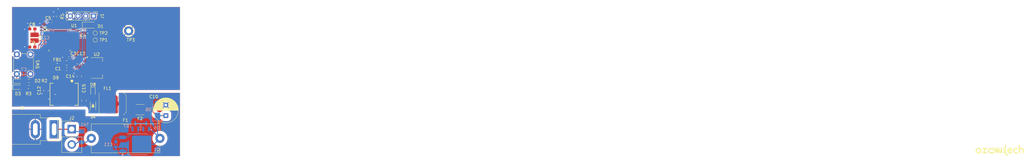
<source format=kicad_pcb>
(kicad_pcb (version 20241229) (generator "pcbnew") (generator_version "9.0")
  (layers (0 "F.Cu" signal) (4 "In1.Cu" signal) (6 "In2.Cu" signal) (2 "B.Cu" signal) (13 "F.Paste" user) (15 "B.Paste" user) (5 "F.SilkS" user "F.Silkscreen") (7 "B.SilkS" user "B.Silkscreen") (1 "F.Mask" user) (3 "B.Mask" user) (25 "Edge.Cuts" user))
  (net 0 "")
  (net 1 "Net-(U1-NRST)")
  (net 2 "GNDPWR_IN")
  (net 3 "Net-(U1-PD1)")
  (net 4 "Net-(U1-PD0)")
  (net 5 "/power/PWR_prot")
  (net 6 "Net-(D7-A)")
  (net 7 "Net-(D9-+Vo)")
  (net 8 "/power/+12V_POWER")
  (net 9 "Net-(D1-A)")
  (net 10 "Net-(D3-A)")
  (net 11 "Net-(D8-A)")
  (net 12 "Net-(D5-K)")
  (net 16 "DGND")
  (net 17 "/power/PWR_In")
  (net 18 "/power/Pow1")
  (net 19 "/power/PWR_BUT")
  (net 26 "3V3")
  (net 27 "Net-(D2-A)")
  (net 51 "/MCU_SMALL_VDD")
  (net 52 "/SWDIO_SMALL")
  (net 53 "/SWCLK_SMALL")
  (net 54 "Net-(U1-BOOT0)")
  (net 55 "/LED_SMALL_OK")
  (net 56 "/LED_SMALL_ERROR")
  (net 57 "/USB_DM_SMALL")
  (net 58 "/USB_DP_SMALL")
  (footprint "TestPoint:TestPoint_Pad_D1.0mm" (layer "F.Cu") (at 40 31.7 180)
    (property "Reference" "TP2" (at -2.75 -0.05 0) (layer "F.SilkS"))
    (property "Value" "~")
    (pad "1" smd circle (at 0 0 180) (size 1 1) (layers "F.Cu" "F.Mask") (net 58 "/USB_DP_SMALL"))
  )
  (footprint "Button_Switch_THT:SW_PUSH_6mm_H4.3mm" (layer "F.Cu") (at 14.1625 45.25 90)
    (property "Reference" "SW1" (at 3.25 6.8375 90) (layer "F.SilkS"))
    (property "Value" "KLS7-TS6606-13.0")
    (pad "1" thru_hole circle (at 0 0 180) (size 2 2) (drill 1.1) (layers "*.Cu" "*.Mask") (net 16 "DGND"))
    (pad "1" thru_hole circle (at 6.5 0 180) (size 2 2) (drill 1.1) (layers "*.Cu" "*.Mask") (net 16 "DGND"))
    (pad "2" thru_hole circle (at 0 4.5 180) (size 2 2) (drill 1.1) (layers "*.Cu" "*.Mask") (net 1 "Net-(U1-NRST)"))
    (pad "2" thru_hole circle (at 6.5 4.5 180) (size 2 2) (drill 1.1) (layers "*.Cu" "*.Mask") (net 1 "Net-(U1-NRST)"))
  )
  (footprint "Capacitor_THT:CP_Radial_D8.0mm_P3.50mm" (layer "F.Cu") (at 63.25 59 90)
    (property "Reference" "C10" (at 6.25 -4 180) (layer "F.SilkS"))
    (property "Value" "100uF/50V")
    (pad "1" thru_hole roundrect (at 0 0 90) (size 1.6 1.6) (drill 0.8) (layers "*.Cu" "*.Mask") (roundrect_rratio 0.15625) (net 5 "/power/PWR_prot"))
    (pad "2" thru_hole circle (at 3.5 0 90) (size 1.6 1.6) (drill 0.8) (layers "*.Cu" "*.Mask") (net 2 "GNDPWR_IN"))
  )
  (footprint "LED_SMD:LED_0603_1608Metric_Pad1.05x0.95mm_HandSolder" (layer "F.Cu") (at 14.6625 47.5875)
    (property "Reference" "D2" (at 6.3375 -0.0875 0) (layer "F.SilkS"))
    (property "Value" "FYLS-0603UGC")
    (pad "1" smd roundrect (at -0.875 0) (size 1.05 0.95) (layers "F.Cu" "F.Mask" "F.Paste") (net 16 "DGND"))
    (pad "2" smd roundrect (at 0.875 0) (size 1.05 0.95) (layers "F.Cu" "F.Mask" "F.Paste") (net 27 "Net-(D2-A)"))
  )
  (footprint "Inductor_SMD:L_0603_1608Metric_Pad1.05x0.95mm_HandSolder" (layer "F.Cu") (at 30.5875 43.5875)
    (property "Reference" "FB1" (at -3.0875 -3.0875 0) (layer "F.SilkS"))
    (property "Value" "BLM18PG330SN1D")
    (pad "1" smd roundrect (at -0.875 0) (size 1.05 0.95) (layers "F.Cu" "F.Mask" "F.Paste") (net 26 "3V3"))
    (pad "2" smd roundrect (at 0.875 0) (size 1.05 0.95) (layers "F.Cu" "F.Mask" "F.Paste") (net 51 "/MCU_SMALL_VDD"))
  )
  (footprint "Diode_SMD:D_SOD-123" (layer "F.Cu") (at 38.0875 29.0875)
    (property "Reference" "D1" (at 3.6625 0.4125 0) (layer "F.SilkS"))
    (property "Value" "BAT43W")
    (pad "1" smd roundrect (at -1.65 0) (size 0.9 1.2) (layers "F.Cu" "F.Mask" "F.Paste") (net 26 "3V3"))
    (pad "2" smd roundrect (at 1.65 0) (size 0.9 1.2) (layers "F.Cu" "F.Mask" "F.Paste") (net 9 "Net-(D1-A)"))
  )
  (footprint "Capacitor_SMD:C_0402_1005Metric" (layer "F.Cu") (at 22.25 30.3375 -90)
    (property "Reference" "C6" (at 0 -1.16 90) (layer "F.SilkS"))
    (property "Value" "100n/6.3V")
    (pad "1" smd roundrect (at -0.48 0 270) (size 0.56 0.62) (layers "F.Cu" "F.Mask" "F.Paste") (net 16 "DGND"))
    (pad "2" smd roundrect (at 0.48 0 270) (size 0.56 0.62) (layers "F.Cu" "F.Mask" "F.Paste") (net 51 "/MCU_SMALL_VDD"))
  )
  (footprint "Fuse:Fuseholder_Cylinder-5x20mm_Stelvio-Kontek_PTF78_Horizontal_Open" (layer "F.Cu") (at 38.7 66.5)
    (property "Reference" "F1" (at 11.25 -6 0) (layer "F.SilkS"))
    (property "Value" "Fuse")
    (pad "1" thru_hole circle (at 0 0) (size 3 3) (drill 1.5) (layers "*.Cu" "*.Mask") (net 17 "/power/PWR_In"))
    (pad "2" thru_hole circle (at 22.6 0) (size 3 3) (drill 1.5) (layers "*.Cu" "*.Mask") (net 5 "/power/PWR_prot"))
  )
  (footprint "Capacitor_SMD:C_0603_1608Metric_Pad1.08x0.95mm_HandSolder" (layer "F.Cu") (at 19.25 36.3375)
    (property "Reference" "C9" (at 0 -1.43 0) (layer "F.SilkS"))
    (property "Value" "8p/50V")
    (pad "1" smd roundrect (at -0.8625 0) (size 1.075 0.95) (layers "F.Cu" "F.Mask" "F.Paste") (net 16 "DGND"))
    (pad "2" smd roundrect (at 0.8625 0) (size 1.075 0.95) (layers "F.Cu" "F.Mask" "F.Paste") (net 3 "Net-(U1-PD1)"))
  )
  (footprint "zpc-lib:CPFC805" (layer "F.Cu") (at 41.75 51.35)
    (property "Reference" "FL1" (at 2.25 -1.35 0) (layer "F.SilkS"))
    (property "Value" "CPFC805NP-100M05")
    (pad "1" smd roundrect (at 7.05 5.5) (size 2.3 2.3) (layers "F.Cu" "F.Mask" "F.Paste") (net 18 "/power/Pow1"))
    (pad "2" smd roundrect (at 0.85 5.5) (size 2.3 2.3) (layers "F.Cu" "F.Mask" "F.Paste") (net 8 "/power/+12V_POWER"))
    (pad "3" smd roundrect (at 7.05 2) (size 2.3 2.3) (layers "F.Cu" "F.Mask" "F.Paste") (net 2 "GNDPWR_IN"))
    (pad "4" smd roundrect (at 0.85 2) (size 2.3 2.3) (layers "F.Cu" "F.Mask" "F.Paste") (net 16 "DGND"))
  )
  (footprint "Capacitor_SMD:C_0402_1005Metric" (layer "F.Cu") (at 34.25 31.3375 90)
    (property "Reference" "C4" (at -1.1625 1.75 180) (layer "F.SilkS"))
    (property "Value" "100n/6.3V")
    (pad "1" smd roundrect (at -0.48 0 90) (size 0.56 0.62) (layers "F.Cu" "F.Mask" "F.Paste") (net 16 "DGND"))
    (pad "2" smd roundrect (at 0.48 0 90) (size 0.56 0.62) (layers "F.Cu" "F.Mask" "F.Paste") (net 51 "/MCU_SMALL_VDD"))
  )
  (footprint "zpc-lib:OZON_TECH_LOGO" (layer "F.Cu") (at 337.973602 70.466713)
    (property "Reference" "HU1" (at 0 0 0) (layer "F.SilkS") (effects (font (size 1.5 1.5) (thickness 0.3))))
    (property "Value" "~" (hide yes))
  )
  (footprint "Resistor_SMD:R_0603_1608Metric_Pad0.98x0.95mm_HandSolder" (layer "F.Cu") (at 18.1625 47.5875)
    (property "Reference" "R2" (at 5.0875 -0.0875 0) (layer "F.SilkS"))
    (property "Value" "680")
    (pad "1" smd roundrect (at -0.9125 0) (size 0.975 0.95) (layers "F.Cu" "F.Mask" "F.Paste") (net 27 "Net-(D2-A)"))
    (pad "2" smd roundrect (at 0.9125 0) (size 0.975 0.95) (layers "F.Cu" "F.Mask" "F.Paste") (net 55 "/LED_SMALL_OK"))
  )
  (footprint "Capacitor_SMD:C_0805_2012Metric_Pad1.18x1.45mm_HandSolder" (layer "F.Cu") (at 23.75 50.7125 -90)
    (property "Reference" "C12" (at 0 2.25 90) (layer "F.SilkS"))
    (property "Value" "22uF/25V")
    (pad "1" smd roundrect (at -1.0375 0 270) (size 1.175 1.45) (layers "F.Cu" "F.Mask" "F.Paste") (roundrect_rratio 0.212766) (net 7 "Net-(D9-+Vo)"))
    (pad "2" smd roundrect (at 1.0375 0 270) (size 1.175 1.45) (layers "F.Cu" "F.Mask" "F.Paste") (roundrect_rratio 0.212766) (net 16 "DGND"))
  )
  (footprint "LED_SMD:LED_0603_1608Metric_Pad1.05x0.95mm_HandSolder" (layer "F.Cu") (at 14.5375 49.5875)
    (property "Reference" "D3" (at 0 2.1625 0) (layer "F.SilkS"))
    (property "Value" "FYLS-0603URC")
    (pad "1" smd roundrect (at -0.875 0) (size 1.05 0.95) (layers "F.Cu" "F.Mask" "F.Paste") (net 16 "DGND"))
    (pad "2" smd roundrect (at 0.875 0) (size 1.05 0.95) (layers "F.Cu" "F.Mask" "F.Paste") (net 10 "Net-(D3-A)"))
  )
  (footprint "Capacitor_SMD:C_0402_1005Metric" (layer "F.Cu") (at 25.75 27.8375 180)
    (property "Reference" "C5" (at 1.25 1.0875 0) (layer "F.SilkS"))
    (property "Value" "100n/6.3V")
    (pad "1" smd roundrect (at -0.48 0 180) (size 0.56 0.62) (layers "F.Cu" "F.Mask" "F.Paste") (net 16 "DGND"))
    (pad "2" smd roundrect (at 0.48 0 180) (size 0.56 0.62) (layers "F.Cu" "F.Mask" "F.Paste") (net 51 "/MCU_SMALL_VDD"))
  )
  (footprint "Capacitor_SMD:C_0402_1005Metric" (layer "F.Cu") (at 31.25 39.8375)
    (property "Reference" "C3" (at 1.5 -1.3375 0) (layer "F.SilkS"))
    (property "Value" "100n/6.3V")
    (pad "1" smd roundrect (at -0.48 0) (size 0.56 0.62) (layers "F.Cu" "F.Mask" "F.Paste") (net 16 "DGND"))
    (pad "2" smd roundrect (at 0.48 0) (size 0.56 0.62) (layers "F.Cu" "F.Mask" "F.Paste") (net 51 "/MCU_SMALL_VDD"))
  )
  (footprint "TestPoint:TestPoint_Loop_D2.60mm_Drill1.6mm_Beaded" (layer "F.Cu") (at 51 31)
    (property "Reference" "TP3" (at 0.7 3 0) (layer "F.SilkS"))
    (property "Value" "GNDPWR")
    (pad "1" thru_hole circle (at 0 0) (size 3 3) (drill 1.6) (layers "*.Cu" "*.Mask") (net 16 "DGND"))
  )
  (footprint "Capacitor_SMD:C_0805_2012Metric_Pad1.18x1.45mm_HandSolder" (layer "F.Cu") (at 30.5875 41.5875 180)
    (property "Reference" "C1" (at 2.8375 -1.9125 0) (layer "F.SilkS"))
    (property "Value" "4.7u/6.3V")
    (pad "1" smd roundrect (at -1.0375 0 180) (size 1.175 1.45) (layers "F.Cu" "F.Mask" "F.Paste") (roundrect_rratio 0.212766) (net 51 "/MCU_SMALL_VDD"))
    (pad "2" smd roundrect (at 1.0375 0 180) (size 1.175 1.45) (layers "F.Cu" "F.Mask" "F.Paste") (roundrect_rratio 0.212766) (net 16 "DGND"))
  )
  (footprint "zpc-lib:SOD3716X135N" (layer "F.Cu") (at 39.25 55.75 -90)
    (property "Reference" "D4" (at 3.75 0 180) (layer "F.SilkS") (effects (font (size 0.800079 0.800079))))
    (property "Value" "NSI45020T1G")
    (pad "1" smd roundrect (at -1.73 0 270) (size 1.12 0.8) (layers "F.Cu" "F.Mask" "F.Paste") (roundrect_rratio 0.1) (net 11 "Net-(D8-A)"))
    (pad "2" smd roundrect (at 1.73 0 270) (size 1.12 0.8) (layers "F.Cu" "F.Mask" "F.Paste") (roundrect_rratio 0.1) (net 8 "/power/+12V_POWER"))
  )
  (footprint "Fuse:Fuse_1812_4532Metric_Pad1.30x3.40mm_HandSolder" (layer "F.Cu") (at 54.75 57 180)
    (property "Reference" "F2" (at 0 -3 0) (layer "F.SilkS"))
    (property "Value" "FSMD050-30-R")
    (pad "1" smd roundrect (at -2.225 0 180) (size 1.3 3.4) (layers "F.Cu" "F.Mask" "F.Paste") (roundrect_rratio 0.192308) (net 5 "/power/PWR_prot"))
    (pad "2" smd roundrect (at 2.225 0 180) (size 1.3 3.4) (layers "F.Cu" "F.Mask" "F.Paste") (roundrect_rratio 0.192308) (net 18 "/power/Pow1"))
  )
  (footprint "Capacitor_SMD:C_0805_2012Metric_Pad1.18x1.45mm_HandSolder" (layer "F.Cu") (at 34.75 46 90)
    (property "Reference" "C14" (at 0 -3 180) (layer "F.SilkS"))
    (property "Value" "2.2uF/50V")
    (pad "1" smd roundrect (at -1.0375 0 90) (size 1.175 1.45) (layers "F.Cu" "F.Mask" "F.Paste") (roundrect_rratio 0.212766) (net 7 "Net-(D9-+Vo)"))
    (pad "2" smd roundrect (at 1.0375 0 90) (size 1.175 1.45) (layers "F.Cu" "F.Mask" "F.Paste") (roundrect_rratio 0.212766) (net 16 "DGND"))
  )
  (footprint "Capacitor_SMD:C_0805_2012Metric_Pad1.18x1.45mm_HandSolder" (layer "F.Cu") (at 34.8 41.915 90)
    (property "Reference" "C13" (at 3.415 0.45 180) (layer "F.SilkS"))
    (property "Value" "2.2uF/10V")
    (pad "1" smd roundrect (at -1.0375 0 90) (size 1.175 1.45) (layers "F.Cu" "F.Mask" "F.Paste") (roundrect_rratio 0.212766) (net 26 "3V3"))
    (pad "2" smd roundrect (at 1.0375 0 90) (size 1.175 1.45) (layers "F.Cu" "F.Mask" "F.Paste") (roundrect_rratio 0.212766) (net 16 "DGND"))
  )
  (footprint "zpc-lib:K78xxMT-500R4" (layer "F.Cu") (at 29.75 52.25 180)
    (property "Reference" "D9" (at 2.75 5.75 0) (layer "F.SilkS"))
    (property "Value" "K7805MT-500R4")
    (pad "1" smd rect (at -2.53133 2.5375 90) (size 2.87 1.25) (layers "F.Cu" "F.Mask" "F.Paste") (net 8 "/power/+12V_POWER"))
    (pad "2" smd rect (at 0.00867 2.5375 90) (size 2.87 1.25) (layers "F.Cu" "F.Mask" "F.Paste") (net 16 "DGND"))
    (pad "3" smd rect (at 2.54867 2.5375 90) (size 2.87 1.25) (layers "F.Cu" "F.Mask" "F.Paste") (net 7 "Net-(D9-+Vo)"))
    (pad "4" smd rect (at 2.54867 -2.5375 270) (size 1.58 1.05) (layers "F.Cu" "F.Mask" "F.Paste"))
    (pad "5" smd rect (at 0.00867 -1.8925 270) (size 2.87 1.25) (layers "F.Cu" "F.Mask" "F.Paste") (net 16 "DGND"))
    (pad "6" smd rect (at -2.53133 -2.5375 270) (size 1.58 1.05) (layers "F.Cu" "F.Mask" "F.Paste") (net 8 "/power/+12V_POWER"))
  )
  (footprint "Capacitor_SMD:C_0603_1608Metric_Pad1.08x0.95mm_HandSolder" (layer "F.Cu") (at 19.25 30.3375)
    (property "Reference" "C8" (at 0 -1.43 0) (layer "F.SilkS"))
    (property "Value" "8p/50V")
    (pad "1" smd roundrect (at -0.8625 0) (size 1.075 0.95) (layers "F.Cu" "F.Mask" "F.Paste") (net 16 "DGND"))
    (pad "2" smd roundrect (at 0.8625 0) (size 1.075 0.95) (layers "F.Cu" "F.Mask" "F.Paste") (net 4 "Net-(U1-PD0)"))
  )
  (footprint "Capacitor_SMD:C_0805_2012Metric_Pad1.18x1.45mm_HandSolder" (layer "F.Cu") (at 36.25 54 90)
    (property "Reference" "C15" (at 4 0 90) (layer "F.SilkS"))
    (property "Value" "22uF/25V")
    (pad "1" smd roundrect (at -1.0375 0 90) (size 1.175 1.45) (layers "F.Cu" "F.Mask" "F.Paste") (roundrect_rratio 0.212766) (net 8 "/power/+12V_POWER"))
    (pad "2" smd roundrect (at 1.0375 0 90) (size 1.175 1.45) (layers "F.Cu" "F.Mask" "F.Paste") (roundrect_rratio 0.212766) (net 16 "DGND"))
  )
  (footprint "Connector_Samtec_HPM_THT:Samtec_HPM-02-01-x-S_Straight_1x02_Pitch5.08mm" (layer "F.Cu") (at 32.25 63.455)
    (property "Reference" "J2" (at 0 -3.65 0) (layer "F.SilkS"))
    (property "Value" "TO_SWITCH")
    (pad "1" thru_hole rect (at 0 0) (size 2.8 2.8) (drill 1.75) (layers "*.Cu" "*.Mask") (net 19 "/power/PWR_BUT"))
    (pad "2" thru_hole circle (at 0 5.08) (size 2.8 2.8) (drill 1.75) (layers "*.Cu" "*.Mask") (net 17 "/power/PWR_In"))
  )
  (footprint "zpc-lib:NX3225GD" (layer "F.Cu") (at 20 33.25 -90)
    (property "Reference" "Y1" (at 0 -2.1 90) (layer "F.SilkS"))
    (property "Value" "NX3225GD-8MHz")
    (pad "1" smd roundrect (at 0.95 0 270) (size 1.5 2.7) (layers "F.Cu" "F.Mask" "F.Paste") (roundrect_rratio 0.1) (net 3 "Net-(U1-PD1)"))
    (pad "2" smd roundrect (at -0.95 0 270) (size 1.5 2.7) (layers "F.Cu" "F.Mask" "F.Paste") (roundrect_rratio 0.1) (net 4 "Net-(U1-PD0)"))
  )
  (footprint "Resistor_SMD:R_0603_1608Metric_Pad0.98x0.95mm_HandSolder" (layer "F.Cu") (at 18.0375 49.5875)
    (property "Reference" "R3" (at 0 2.1625 0) (layer "F.SilkS"))
    (property "Value" "680")
    (pad "1" smd roundrect (at -0.9125 0) (size 0.975 0.95) (layers "F.Cu" "F.Mask" "F.Paste") (net 10 "Net-(D3-A)"))
    (pad "2" smd roundrect (at 0.9125 0) (size 0.975 0.95) (layers "F.Cu" "F.Mask" "F.Paste") (net 56 "/LED_SMALL_ERROR"))
  )
  (footprint "zpc-lib:DS201b" (layer "F.Cu") (at 26.45 63.5)
    (property "Reference" "J3" (at -10.8 -7 0) (layer "F.SilkS"))
    (property "Value" "DS-201")
    (pad "1" thru_hole rect (at 0 0) (size 3.02 6.02) (drill oval 1.5 4.02) (layers "*.Cu" "*.Mask") (net 19 "/power/PWR_BUT"))
    (pad "2" thru_hole oval (at -6.2 0) (size 3.02 6.02) (drill oval 1.5 4.02) (layers "*.Cu" "*.Mask") (net 2 "GNDPWR_IN"))
  )
  (footprint "TestPoint:TestPoint_Pad_D1.0mm" (layer "F.Cu") (at 40 34 180)
    (property "Reference" "TP1" (at -2.75 0 0) (layer "F.SilkS"))
    (property "Value" "~")
    (pad "1" smd circle (at 0 0 180) (size 1 1) (layers "F.Cu" "F.Mask") (net 57 "/USB_DM_SMALL"))
  )
  (footprint "Resistor_SMD:R_0603_1608Metric_Pad0.98x0.95mm_HandSolder" (layer "F.Cu") (at 27.75 26.25 -90)
    (property "Reference" "R1" (at 0 -1.43 90) (layer "F.SilkS"))
    (property "Value" "100k")
    (pad "1" smd roundrect (at -0.9125 0 270) (size 0.975 0.95) (layers "F.Cu" "F.Mask" "F.Paste") (net 16 "DGND"))
    (pad "2" smd roundrect (at 0.9125 0 270) (size 0.975 0.95) (layers "F.Cu" "F.Mask" "F.Paste") (net 54 "Net-(U1-BOOT0)"))
  )
  (footprint "Package_QFP:LQFP-48_7x7mm_P0.5mm" (layer "F.Cu") (at 28.25 34)
    (property "Reference" "U1" (at 4.75 -4.75 0) (layer "F.SilkS"))
    (property "Value" "STM32F103C8T6")
    (pad "1" smd roundrect (at -4.1625 -2.75) (size 1.475 0.3) (layers "F.Cu" "F.Mask" "F.Paste") (net 51 "/MCU_SMALL_VDD"))
    (pad "2" smd roundrect (at -4.1625 -2.25) (size 1.475 0.3) (layers "F.Cu" "F.Mask" "F.Paste"))
    (pad "3" smd roundrect (at -4.1625 -1.75) (size 1.475 0.3) (layers "F.Cu" "F.Mask" "F.Paste"))
    (pad "4" smd roundrect (at -4.1625 -1.25) (size 1.475 0.3) (layers "F.Cu" "F.Mask" "F.Paste"))
    (pad "5" smd roundrect (at -4.1625 -0.75) (size 1.475 0.3) (layers "F.Cu" "F.Mask" "F.Paste") (net 4 "Net-(U1-PD0)"))
    (pad "6" smd roundrect (at -4.1625 -0.25) (size 1.475 0.3) (layers "F.Cu" "F.Mask" "F.Paste") (net 3 "Net-(U1-PD1)"))
    (pad "7" smd roundrect (at -4.1625 0.25) (size 1.475 0.3) (layers "F.Cu" "F.Mask" "F.Paste") (net 1 "Net-(U1-NRST)"))
    (pad "8" smd roundrect (at -4.1625 0.75) (size 1.475 0.3) (layers "F.Cu" "F.Mask" "F.Paste") (net 16 "DGND"))
    (pad "9" smd roundrect (at -4.1625 1.25) (size 1.475 0.3) (layers "F.Cu" "F.Mask" "F.Paste") (net 51 "/MCU_SMALL_VDD"))
    (pad "10" smd roundrect (at -4.1625 1.75) (size 1.475 0.3) (layers "F.Cu" "F.Mask" "F.Paste") (net 55 "/LED_SMALL_OK"))
    (pad "11" smd roundrect (at -4.1625 2.25) (size 1.475 0.3) (layers "F.Cu" "F.Mask" "F.Paste") (net 56 "/LED_SMALL_ERROR"))
    (pad "12" smd roundrect (at -4.1625 2.75) (size 1.475 0.3) (layers "F.Cu" "F.Mask" "F.Paste"))
    (pad "13" smd roundrect (at -2.75 4.1625) (size 0.3 1.475) (layers "F.Cu" "F.Mask" "F.Paste"))
    (pad "14" smd roundrect (at -2.25 4.1625) (size 0.3 1.475) (layers "F.Cu" "F.Mask" "F.Paste"))
    (pad "15" smd roundrect (at -1.75 4.1625) (size 0.3 1.475) (layers "F.Cu" "F.Mask" "F.Paste"))
    (pad "16" smd roundrect (at -1.25 4.1625) (size 0.3 1.475) (layers "F.Cu" "F.Mask" "F.Paste"))
    (pad "17" smd roundrect (at -0.75 4.1625) (size 0.3 1.475) (layers "F.Cu" "F.Mask" "F.Paste"))
    (pad "18" smd roundrect (at -0.25 4.1625) (size 0.3 1.475) (layers "F.Cu" "F.Mask" "F.Paste"))
    (pad "19" smd roundrect (at 0.25 4.1625) (size 0.3 1.475) (layers "F.Cu" "F.Mask" "F.Paste"))
    (pad "20" smd roundrect (at 0.75 4.1625) (size 0.3 1.475) (layers "F.Cu" "F.Mask" "F.Paste"))
    (pad "21" smd roundrect (at 1.25 4.1625) (size 0.3 1.475) (layers "F.Cu" "F.Mask" "F.Paste"))
    (pad "22" smd roundrect (at 1.75 4.1625) (size 0.3 1.475) (layers "F.Cu" "F.Mask" "F.Paste"))
    (pad "23" smd roundrect (at 2.25 4.1625) (size 0.3 1.475) (layers "F.Cu" "F.Mask" "F.Paste") (net 16 "DGND"))
    (pad "24" smd roundrect (at 2.75 4.1625) (size 0.3 1.475) (layers "F.Cu" "F.Mask" "F.Paste") (net 51 "/MCU_SMALL_VDD"))
    (pad "25" smd roundrect (at 4.1625 2.75) (size 1.475 0.3) (layers "F.Cu" "F.Mask" "F.Paste"))
    (pad "26" smd roundrect (at 4.1625 2.25) (size 1.475 0.3) (layers "F.Cu" "F.Mask" "F.Paste"))
    (pad "27" smd roundrect (at 4.1625 1.75) (size 1.475 0.3) (layers "F.Cu" "F.Mask" "F.Paste"))
    (pad "28" smd roundrect (at 4.1625 1.25) (size 1.475 0.3) (layers "F.Cu" "F.Mask" "F.Paste"))
    (pad "29" smd roundrect (at 4.1625 0.75) (size 1.475 0.3) (layers "F.Cu" "F.Mask" "F.Paste"))
    (pad "30" smd roundrect (at 4.1625 0.25) (size 1.475 0.3) (layers "F.Cu" "F.Mask" "F.Paste"))
    (pad "31" smd roundrect (at 4.1625 -0.25) (size 1.475 0.3) (layers "F.Cu" "F.Mask" "F.Paste"))
    (pad "32" smd roundrect (at 4.1625 -0.75) (size 1.475 0.3) (layers "F.Cu" "F.Mask" "F.Paste") (net 57 "/USB_DM_SMALL"))
    (pad "33" smd roundrect (at 4.1625 -1.25) (size 1.475 0.3) (layers "F.Cu" "F.Mask" "F.Paste") (net 58 "/USB_DP_SMALL"))
    (pad "34" smd roundrect (at 4.1625 -1.75) (size 1.475 0.3) (layers "F.Cu" "F.Mask" "F.Paste") (net 52 "/SWDIO_SMALL"))
    (pad "35" smd roundrect (at 4.1625 -2.25) (size 1.475 0.3) (layers "F.Cu" "F.Mask" "F.Paste") (net 16 "DGND"))
    (pad "36" smd roundrect (at 4.1625 -2.75) (size 1.475 0.3) (layers "F.Cu" "F.Mask" "F.Paste") (net 51 "/MCU_SMALL_VDD"))
    (pad "37" smd roundrect (at 2.75 -4.1625) (size 0.3 1.475) (layers "F.Cu" "F.Mask" "F.Paste") (net 53 "/SWCLK_SMALL"))
    (pad "38" smd roundrect (at 2.25 -4.1625) (size 0.3 1.475) (layers "F.Cu" "F.Mask" "F.Paste"))
    (pad "39" smd roundrect (at 1.75 -4.1625) (size 0.3 1.475) (layers "F.Cu" "F.Mask" "F.Paste"))
    (pad "40" smd roundrect (at 1.25 -4.1625) (size 0.3 1.475) (layers "F.Cu" "F.Mask" "F.Paste"))
    (pad "41" smd roundrect (at 0.75 -4.1625) (size 0.3 1.475) (layers "F.Cu" "F.Mask" "F.Paste"))
    (pad "42" smd roundrect (at 0.25 -4.1625) (size 0.3 1.475) (layers "F.Cu" "F.Mask" "F.Paste"))
    (pad "43" smd roundrect (at -0.25 -4.1625) (size 0.3 1.475) (layers "F.Cu" "F.Mask" "F.Paste"))
    (pad "44" smd roundrect (at -0.75 -4.1625) (size 0.3 1.475) (layers "F.Cu" "F.Mask" "F.Paste") (net 54 "Net-(U1-BOOT0)"))
    (pad "45" smd roundrect (at -1.25 -4.1625) (size 0.3 1.475) (layers "F.Cu" "F.Mask" "F.Paste"))
    (pad "46" smd roundrect (at -1.75 -4.1625) (size 0.3 1.475) (layers "F.Cu" "F.Mask" "F.Paste"))
    (pad "47" smd roundrect (at -2.25 -4.1625) (size 0.3 1.475) (layers "F.Cu" "F.Mask" "F.Paste") (net 16 "DGND"))
    (pad "48" smd roundrect (at -2.75 -4.1625) (size 0.3 1.475) (layers "F.Cu" "F.Mask" "F.Paste") (net 51 "/MCU_SMALL_VDD"))
  )
  (footprint "Package_TO_SOT_SMD:SOT-223-3_TabPin2" (layer "F.Cu") (at 40.5 43.25)
    (property "Reference" "U2" (at 0 -4.5 0) (layer "F.SilkS"))
    (property "Value" "AMS1117-3.3")
    (pad "1" smd roundrect (at -3.15 -2.3) (size 2 1.5) (layers "F.Cu" "F.Mask" "F.Paste") (net 16 "DGND"))
    (pad "2" smd roundrect (at -3.15 0) (size 2 1.5) (layers "F.Cu" "F.Mask" "F.Paste") (net 26 "3V3"))
    (pad "2" smd roundrect (at 3.15 0) (size 2 3.8) (layers "F.Cu" "F.Mask" "F.Paste") (net 26 "3V3"))
    (pad "3" smd roundrect (at -3.15 2.3) (size 2 1.5) (layers "F.Cu" "F.Mask" "F.Paste") (net 7 "Net-(D9-+Vo)"))
  )
  (footprint "Connector_PinHeader_2.54mm:PinHeader_1x04_P2.54mm_Vertical" (layer "F.Cu") (at 39.3975 26.0875 -90)
    (property "Reference" "J1" (at 0 -2.8525 90) (layer "F.SilkS"))
    (property "Value" "DEBUG_01x04")
    (pad "1" thru_hole rect (at 0 0 270) (size 1.7 1.7) (drill 1) (layers "*.Cu" "*.Mask") (net 9 "Net-(D1-A)"))
    (pad "2" thru_hole circle (at 0 2.54 270) (size 1.7 1.7) (drill 1) (layers "*.Cu" "*.Mask") (net 52 "/SWDIO_SMALL"))
    (pad "3" thru_hole circle (at 0 5.08 270) (size 1.7 1.7) (drill 1) (layers "*.Cu" "*.Mask") (net 53 "/SWCLK_SMALL"))
    (pad "4" thru_hole circle (at 0 7.62 270) (size 1.7 1.7) (drill 1) (layers "*.Cu" "*.Mask") (net 16 "DGND"))
  )
  (footprint "LED_SMD:LED_0603_1608Metric_Pad1.05x0.95mm_HandSolder" (layer "F.Cu") (at 39.25 51.25 -90)
    (property "Reference" "D8" (at -2.5 0 180) (layer "F.SilkS"))
    (property "Value" "FYLS-0603UGC")
    (pad "1" smd roundrect (at -0.875 0 270) (size 1.05 0.95) (layers "F.Cu" "F.Mask" "F.Paste") (net 16 "DGND"))
    (pad "2" smd roundrect (at 0.875 0 270) (size 1.05 0.95) (layers "F.Cu" "F.Mask" "F.Paste") (net 11 "Net-(D8-A)"))
  )
  (footprint "Capacitor_SMD:C_0603_1608Metric_Pad1.08x0.95mm_HandSolder" (layer "B.Cu") (at 46.75 68.5 -90)
    (property "Reference" "C11" (at 0 2.5 0) (layer "B.SilkS") (effects (justify mirror)))
    (property "Value" "100n/50V")
    (pad "1" smd roundrect (at -0.8625 0 270) (size 1.075 0.95) (layers "B.Cu" "B.Mask" "B.Paste") (net 6 "Net-(D7-A)"))
    (pad "2" smd roundrect (at 0.8625 0 270) (size 1.075 0.95) (layers "B.Cu" "B.Mask" "B.Paste") (net 2 "GNDPWR_IN"))
  )
  (footprint "Capacitor_SMD:C_0402_1005Metric" (layer "B.Cu") (at 22.75 34.75 180)
    (property "Reference" "C2" (at -1.25 1.5 0) (layer "B.SilkS") (effects (justify mirror)))
    (property "Value" "100n/6.3V")
    (pad "1" smd roundrect (at -0.48 0 180) (size 0.56 0.62) (layers "B.Cu" "B.Mask" "B.Paste") (net 16 "DGND"))
    (pad "2" smd roundrect (at 0.48 0 180) (size 0.56 0.62) (layers "B.Cu" "B.Mask" "B.Paste") (net 51 "/MCU_SMALL_VDD"))
  )
  (footprint "Package_TO_SOT_SMD:TO-252-2" (layer "B.Cu") (at 54.04 68.47)
    (property "Reference" "Q1" (at 6.21 1.78 0) (layer "B.SilkS") (effects (justify mirror)))
    (property "Value" "BT137S-600")
    (pad "1" smd roundrect (at -5.04 2.28) (size 2.2 1.2) (layers "B.Cu" "B.Mask" "B.Paste") (roundrect_rratio 0.208333) (net 2 "GNDPWR_IN"))
    (pad "2" smd roundrect (at 1.26 0) (size 6.4 5.8) (layers "B.Cu" "B.Mask") (roundrect_rratio 0.043103) (net 5 "/power/PWR_prot"))
    (pad "3" smd roundrect (at -5.04 -2.28) (size 2.2 1.2) (layers "B.Cu" "B.Mask" "B.Paste") (roundrect_rratio 0.208333) (net 6 "Net-(D7-A)"))
  )
  (footprint "Diode_SMD:D_MiniMELF" (layer "B.Cu") (at 35.5 66 -90)
    (property "Reference" "TH1" (at -4 -1 0) (layer "B.SilkS") (effects (justify mirror)))
    (property "Value" "PMLL4148L")
    (pad "1" smd roundrect (at -1.75 0 270) (size 1.3 1.7) (layers "B.Cu" "B.Mask" "B.Paste") (roundrect_rratio 0.1923076923) (net 19 "/power/PWR_BUT"))
    (pad "2" smd roundrect (at 1.75 0 270) (size 1.3 1.7) (layers "B.Cu" "B.Mask" "B.Paste") (roundrect_rratio 0.1923076923) (net 17 "/power/PWR_In"))
  )
  (footprint "Diode_SMD:D_SMA" (layer "B.Cu") (at 60.5 57.25 90)
    (property "Reference" "D6" (at 0.25 -3 0) (layer "B.SilkS") (effects (justify mirror)))
    (property "Value" "SMAJ13CA")
    (pad "1" smd roundrect (at -2 0 90) (size 2.5 1.8) (layers "B.Cu" "B.Mask" "B.Paste") (roundrect_rratio 0.1388888889) (net 5 "/power/PWR_prot"))
    (pad "2" smd roundrect (at 2 0 90) (size 2.5 1.8) (layers "B.Cu" "B.Mask" "B.Paste") (roundrect_rratio 0.1388888889) (net 2 "GNDPWR_IN"))
  )
  (footprint "Package_TO_SOT_SMD:SOT-23" (layer "B.Cu") (at 56.75 62.5 90)
    (property "Reference" "D5" (at -0.5 3.5 0) (layer "B.SilkS") (effects (justify mirror)))
    (property "Value" "BZX84C13")
    (pad "1" smd roundrect (at -0.9375 0.95 90) (size 1.475 0.6) (layers "B.Cu" "B.Mask" "B.Paste") (net 5 "/power/PWR_prot"))
    (pad "2" smd roundrect (at -0.9375 -0.95 90) (size 1.475 0.6) (layers "B.Cu" "B.Mask" "B.Paste"))
    (pad "3" smd roundrect (at 0.9375 0 90) (size 1.475 0.6) (layers "B.Cu" "B.Mask" "B.Paste") (net 12 "Net-(D5-K)"))
  )
  (footprint "Package_TO_SOT_SMD:SOT-23" (layer "B.Cu") (at 53.2 62.4375 90)
    (property "Reference" "D7" (at 0 -2.95 0) (layer "B.SilkS") (effects (justify mirror)))
    (property "Value" "BZX84C13")
    (pad "1" smd roundrect (at -0.9375 0.95 90) (size 1.475 0.6) (layers "B.Cu" "B.Mask" "B.Paste") (net 6 "Net-(D7-A)"))
    (pad "2" smd roundrect (at -0.9375 -0.95 90) (size 1.475 0.6) (layers "B.Cu" "B.Mask" "B.Paste"))
    (pad "3" smd roundrect (at 0.9375 0 90) (size 1.475 0.6) (layers "B.Cu" "B.Mask" "B.Paste") (net 12 "Net-(D5-K)"))
  )
  (footprint "Capacitor_SMD:C_0402_1005Metric" (layer "B.Cu") (at 16.4125 45.27)
    (property "Reference" "C7" (at 0.107836 -1.52 0) (layer "B.SilkS") (effects (justify mirror)))
    (property "Value" "100n/6.3V")
    (pad "1" smd roundrect (at -0.48 0) (size 0.56 0.62) (layers "B.Cu" "B.Mask" "B.Paste") (net 16 "DGND"))
    (pad "2" smd roundrect (at 0.48 0) (size 0.56 0.62) (layers "B.Cu" "B.Mask" "B.Paste") (net 1 "Net-(U1-NRST)"))
  )
  (gr_rect (start 12.5 23) (end 68 72.5) (stroke (width 0.05)) (fill no) (layer "Edge.Cuts"))
  (segment (start 24.0875 34.25) (end 22.75 34.25) (width 0.2) (layer "F.Cu") (net 1))
  (segment (start 18.8925 38.52) (end 18.6625 38.75) (width 0.2) (layer "F.Cu") (net 1))
  (segment (start 22.75 34.25) (end 21.25 35.75) (width 0.2) (layer "F.Cu") (net 1))
  (segment (start 18.6625 38.75) (end 18.6625 45.25) (width 0.2) (layer "F.Cu") (net 1))
  (segment (start 21.25 35.75) (end 21.25 37.5) (width 0.2) (layer "F.Cu") (net 1))
  (segment (start 20.23 38.52) (end 18.8925 38.52) (width 0.2) (layer "F.Cu") (net 1))
  (segment (start 21.25 37.5) (end 20.23 38.52) (width 0.2) (layer "F.Cu") (net 1))
  (segment (start 17.825 45.02) (end 17.575 45.27) (width 0.2) (layer "B.Cu") (net 1))
  (segment (start 18.4325 45.02) (end 17.825 45.02) (width 0.2) (layer "B.Cu") (net 1))
  (segment (start 17.575 45.27) (end 16.8925 45.27) (width 0.2) (layer "B.Cu") (net 1))
  (segment (start 18.6625 45.25) (end 18.4325 45.02) (width 0.2) (layer "B.Cu") (net 1))
  (segment (start 20.25 34.2875) (end 21.9625 34.2875) (width 0.2) (layer "F.Cu") (net 3))
  (segment (start 22.5 33.75) (end 24.0875 33.75) (width 0.2) (layer "F.Cu") (net 3))
  (segment (start 20.25 34.75) (end 20.25 34.2875) (width 0.2) (layer "F.Cu") (net 3))
  (segment (start 21.9625 34.2875) (end 22.5 33.75) (width 0.2) (layer "F.Cu") (net 3))
  (segment (start 20.1125 34.8875) (end 20.25 34.75) (width 0.2) (layer "F.Cu") (net 3))
  (segment (start 20.1125 36.3375) (end 20.1125 34.8875) (width 0.2) (layer "F.Cu") (net 3))
  (segment (start 20.25 32.3875) (end 20.1125 32.25) (width 0.2) (layer "F.Cu") (net 4))
  (segment (start 22.1375 32.3875) (end 20.25 32.3875) (width 0.2) (layer "F.Cu") (net 4))
  (segment (start 23 33.25) (end 22.1375 32.3875) (width 0.2) (layer "F.Cu") (net 4))
  (segment (start 24.0875 33.25) (end 23 33.25) (width 0.2) (layer "F.Cu") (net 4))
  (segment (start 20.1125 32.25) (end 20.1125 30.3375) (width 0.2) (layer "F.Cu") (net 4))
  (segment (start 56.975 57) (end 58.25 57) (width 0.3) (layer "F.Cu") (net 5))
  (segment (start 60.25 59) (end 63.25 59) (width 0.3) (layer "F.Cu") (net 5))
  (segment (start 58.25 57) (end 60.25 59) (width 0.3) (layer "F.Cu") (net 5))
  (segment (start 61.3 66.5) (end 58.2375 63.4375) (width 0.3) (layer "B.Cu") (net 5))
  (segment (start 59.33 68.47) (end 61.3 66.5) (width 0.3) (layer "B.Cu") (net 5))
  (segment (start 55.3 68.47) (end 59.33 68.47) (width 0.3) (layer "B.Cu") (net 5))
  (segment (start 58.2375 63.4375) (end 57.7 63.4375) (width 0.3) (layer "B.Cu") (net 5))
  (segment (start 63.25 59) (end 60.75 59) (width 0.3) (layer "B.Cu") (net 5))
  (segment (start 60.5 59.25) (end 60.5 65.7) (width 0.3) (layer "B.Cu") (net 5))
  (segment (start 60.5 65.7) (end 61.3 66.5) (width 0.3) (layer "B.Cu") (net 5))
  (segment (start 60.75 59) (end 60.5 59.25) (width 0.3) (layer "B.Cu") (net 5))
  (segment (start 54.15 64.6) (end 53.75 65) (width 0.2) (layer "B.Cu") (net 6))
  (segment (start 46.75 67.6375) (end 46.75 66.5) (width 0.2) (layer "B.Cu") (net 6))
  (segment (start 51.75 65) (end 50.56 66.19) (width 0.2) (layer "B.Cu") (net 6))
  (segment (start 46.75 66.5) (end 47.06 66.19) (width 0.2) (layer "B.Cu") (net 6))
  (segment (start 54.15 63.375) (end 54.15 64.6) (width 0.2) (layer "B.Cu") (net 6))
  (segment (start 47.06 66.19) (end 49 66.19) (width 0.2) (layer "B.Cu") (net 6))
  (segment (start 50.56 66.19) (end 49 66.19) (width 0.2) (layer "B.Cu") (net 6))
  (segment (start 53.75 65) (end 51.75 65) (width 0.2) (layer "B.Cu") (net 6))
  (segment (start 27.20133 49.7125) (end 27.20133 47.79867) (width 0.3) (layer "F.Cu") (net 7))
  (segment (start 27.20133 47.79867) (end 27.9625 47.0375) (width 0.3) (layer "F.Cu") (net 7))
  (segment (start 23.75 49.675) (end 27.16383 49.675) (width 0.3) (layer "F.Cu") (net 7))
  (segment (start 34.75 47.0375) (end 36.4625 47.0375) (width 0.3) (layer "F.Cu") (net 7))
  (segment (start 36.4625 47.0375) (end 37.35 46.15) (width 0.3) (layer "F.Cu") (net 7))
  (segment (start 37.35 46.15) (end 37.35 45.55) (width 0.3) (layer "F.Cu") (net 7))
  (segment (start 27.9625 47.0375) (end 34.75 47.0375) (width 0.3) (layer "F.Cu") (net 7))
  (segment (start 27.16383 49.675) (end 27.20133 49.7125) (width 0.3) (layer "F.Cu") (net 7))
  (segment (start 33.325 55.075) (end 36.2125 55.075) (width 0.3) (layer "F.Cu") (net 8))
  (segment (start 37.075 55.075) (end 37.75 55.75) (width 0.3) (layer "F.Cu") (net 8))
  (segment (start 36.2875 55.075) (end 37.075 55.075) (width 0.3) (layer "F.Cu") (net 8))
  (segment (start 32.28133 49.7125) (end 32.28133 54.7875) (width 0.3) (layer "F.Cu") (net 8))
  (segment (start 37.75 56.71) (end 38.5 57.46) (width 0.3) (layer "F.Cu") (net 8))
  (segment (start 32.28133 54.7875) (end 33.0375 54.7875) (width 0.3) (layer "F.Cu") (net 8))
  (segment (start 36.25 55.0375) (end 36.2875 55.075) (width 0.3) (layer "F.Cu") (net 8))
  (segment (start 33.0375 54.7875) (end 33.325 55.075) (width 0.3) (layer "F.Cu") (net 8))
  (segment (start 37.75 55.75) (end 37.75 56.71) (width 0.3) (layer "F.Cu") (net 8))
  (segment (start 40.65 56.85) (end 42.55 56.85) (width 0.3) (layer "F.Cu") (net 8))
  (segment (start 36.2125 55.075) (end 36.25 55.0375) (width 0.3) (layer "F.Cu") (net 8))
  (segment (start 38.5 57.46) (end 40.04 57.46) (width 0.3) (layer "F.Cu") (net 8))
  (segment (start 40.04 57.46) (end 40.65 56.85) (width 0.3) (layer "F.Cu") (net 8))
  (segment (start 39.7375 27.9875) (end 39.7375 29.0875) (width 0.2) (layer "F.Cu") (net 9))
  (segment (start 39.3975 26.0875) (end 39.3975 27.6475) (width 0.2) (layer "F.Cu") (net 9))
  (segment (start 39.3975 27.6475) (end 39.7375 27.9875) (width 0.2) (layer "F.Cu") (net 9))
  (segment (start 17.125 49.5875) (end 15.4125 49.5875) (width 0.2) (layer "F.Cu") (net 10))
  (segment (start 39.2 52.105) (end 39.2 54) (width 0.2) (layer "F.Cu") (net 11))
  (segment (start 56.75 61.5625) (end 53.2625 61.5625) (width 0.3) (layer "B.Cu") (net 12))
  (segment (start 53.2625 61.5625) (end 53.2 61.5) (width 0.3) (layer "B.Cu") (net 12))
  (segment (start 22.25 29.8575) (end 23.3925 29.8575) (width 0.2) (layer "F.Cu") (net 16))
  (segment (start 26 29.8375) (end 26 29) (width 0.2) (layer "F.Cu") (net 16))
  (segment (start 13.8375 49.5875) (end 14.75 50.5) (width 0.2) (layer "F.Cu") (net 16))
  (segment (start 13.825 48.75) (end 14.75 48.75) (width 0.2) (layer "F.Cu") (net 16))
  (segment (start 18.3875 30.3375) (end 18.3875 29.3875) (width 0.2) (layer "F.Cu") (net 16))
  (segment (start 18.3875 29.3875) (end 18.25 29.25) (width 0.2) (layer "F.Cu") (net 16))
  (segment (start 32.4125 31.75) (end 34.1825 31.75) (width 0.2) (layer "F.Cu") (net 16))
  (segment (start 13.7875 47.2875) (end 14.1625 46.9125) (width 0.2) (layer "F.Cu") (net 16))
  (segment (start 17.5 37.225) (end 17.5 37.5) (width 0.2) (layer "F.Cu") (net 16))
  (segment (start 13.7875 48.7125) (end 13.7875 47.5875) (width 0.2) (layer "F.Cu") (net 16))
  (segment (start 26 29.8375) (end 26 31.25) (width 0.2) (layer "F.Cu") (net 16))
  (segment (start 30.5 39) (end 30.77 39.27) (width 0.2) (layer "F.Cu") (net 16))
  (segment (start 26 29) (end 26.23 28.77) (width 0.2) (layer "F.Cu") (net 16))
  (segment (start 34.1825 31.75) (end 34.25 31.8175) (width 0.2) (layer "F.Cu") (net 16))
  (segment (start 18.3875 36.3375) (end 17.5 37.225) (width 0.2) (layer "F.Cu") (net 16))
  (segment (start 13.6625 49.5875) (end 13.6625 48.8375) (width 0.2) (layer "F.Cu") (net 16))
  (segment (start 30.5 38.1625) (end 30.5 37) (width 0.2) (layer "F.Cu") (net 16))
  (segment (start 30.77 39.27) (end 30.77 39.8375) (width 0.2) (layer "F.Cu") (net 16))
  (segment (start 13.7875 47.5875) (end 13.7875 47.2875) (width 0.2) (layer "F.Cu") (net 16))
  (segment (start 13.7875 48.7125) (end 13.825 48.75) (width 0.2) (layer "F.Cu") (net 16))
  (segment (start 14.1625 46.9125) (end 14.1625 45.25) (width 0.2) (layer "F.Cu") (net 16))
  (segment (start 13.6625 48.8375) (end 13.7875 48.7125) (width 0.2) (layer "F.Cu") (net 16))
  (segment (start 13.7875 47.2875) (end 13 46.5) (width 0.2) (layer "F.Cu") (net 16))
  (segment (start 26.23 28.77) (end 26.23 27.8375) (width 0.2) (layer "F.Cu") (net 16))
  (segment (start 23.3925 29.8575) (end 23.5 29.75) (width 0.2) (layer "F.Cu") (net 16))
  (segment (start 13.6625 49.5875) (end 13.8375 49.5875) (width 0.2) (layer "F.Cu") (net 16))
  (segment (start 30.5 38.1625) (end 30.5 39) (width 0.2) (layer "F.Cu") (net 16))
  (segment (start 29.74133 49.7125) (end 29.74133 54.1425) (width 0.2) (layer "F.Cu") (net 16))
  (via (at 26.25 24.75) (size 0.8) (drill 0.3) (layers "F.Cu" "B.Cu") (net 16))
  (via (at 26.75 52) (size 0.8) (drill 0.3) (layers "F.Cu" "B.Cu") (net 16))
  (via (at 26.25 26.25) (size 0.8) (drill 0.3) (layers "F.Cu" "B.Cu") (net 16))
  (via (at 27.5 41.75) (size 0.8) (drill 0.3) (layers "F.Cu" "B.Cu") (net 16))
  (via (at 29.25 39.75) (size 0.8) (drill 0.3) (layers "F.Cu" "B.Cu") (net 16))
  (via (at 37.5 31.75) (size 0.8) (drill 0.3) (layers "F.Cu" "B.Cu") (net 16))
  (via (at 22.5 51.75) (size 0.8) (drill 0.3) (layers "F.Cu" "B.Cu") (net 16))
  (via (at 24.75 53.5) (size 0.8) (drill 0.3) (layers "F.Cu" "B.Cu") (net 16))
  (via (at 29.25 25.25) (size 0.8) (drill 0.3) (layers "F.Cu" "B.Cu") (net 16))
  (via (at 21.75 28.5) (size 0.8) (drill 0.3) (layers "F.Cu" "B.Cu") (net 16))
  (via (at 33 45) (size 0.8) (drill 0.3) (layers "F.Cu" "B.Cu") (net 16))
  (via (at 27.75 23.75) (size 0.8) (drill 0.3) (layers "F.Cu" "B.Cu") (net 16))
  (via (at 23.5 29.75) (size 0.8) (drill 0.3) (layers "F.Cu" "B.Cu") (net 16))
  (via (at 16.75 30.5) (size 0.8) (drill 0.3) (layers "F.Cu" "B.Cu") (net 16))
  (via (at 17.75 28.5) (size 0.8) (drill 0.3) (layers "F.Cu" "B.Cu") (net 16))
  (via (at 16.75 36.25) (size 0.8) (drill 0.3) (layers "F.Cu" "B.Cu") (net 16))
  (segment (start 37.15 67.75) (end 38.4 66.5) (width 0.3) (layer "B.Cu") (net 17))
  (segment (start 33.465 68.535) (end 34.25 67.75) (width 0.3) (layer "B.Cu") (net 17))
  (segment (start 32.2 68.535) (end 33.465 68.535) (width 0.3) (layer "B.Cu") (net 17))
  (segment (start 35.2 67.75) (end 37.15 67.75) (width 0.3) (layer "B.Cu") (net 17))
  (segment (start 34.25 67.75) (end 35.2 67.75) (width 0.3) (layer "B.Cu") (net 17))
  (segment (start 52.475 57) (end 48.9 57) (width 0.3) (layer "F.Cu") (net 18))
  (segment (start 48.9 57) (end 48.75 56.85) (width 0.3) (layer "F.Cu") (net 18))
  (segment (start 32.155 63.5) (end 32.2 63.455) (width 0.3) (layer "F.Cu") (net 19))
  (segment (start 26.4625 63.5) (end 32.155 63.5) (width 0.3) (layer "F.Cu") (net 19))
  (segment (start 35.2 64.25) (end 32.995 64.25) (width 0.3) (layer "B.Cu") (net 19))
  (segment (start 32.995 64.25) (end 32.2 63.455) (width 0.3) (layer "B.Cu") (net 19))
  (segment (start 36.4375 30.6875) (end 36.5 30.75) (width 0.3) (layer "F.Cu") (net 26))
  (segment (start 35.7025 42.9525) (end 36 43.25) (width 0.3) (layer "F.Cu") (net 26))
  (segment (start 29.7125 43.5875) (end 29.7125 44.4625) (width 0.3) (layer "F.Cu") (net 26))
  (segment (start 36 43.25) (end 37.35 43.25) (width 0.3) (layer "F.Cu") (net 26))
  (segment (start 37.35 43.25) (end 43.65 43.25) (width 0.3) (layer "F.Cu") (net 26))
  (segment (start 34.8 42.9525) (end 35.7025 42.9525) (width 0.3) (layer "F.Cu") (net 26))
  (segment (start 36.4375 29.0875) (end 36.4375 30.6875) (width 0.3) (layer "F.Cu") (net 26))
  (segment (start 34.8 42.9525) (end 33.5475 42.9525) (width 0.3) (layer "F.Cu") (net 26))
  (segment (start 31.75 44.75) (end 33.25 43.25) (width 0.3) (layer "F.Cu") (net 26))
  (segment (start 30 44.75) (end 31.75 44.75) (width 0.3) (layer "F.Cu") (net 26))
  (segment (start 33.5475 42.9525) (end 33.25 43.25) (width 0.3) (layer "F.Cu") (net 26))
  (segment (start 29.7125 44.4625) (end 30 44.75) (width 0.3) (layer "F.Cu") (net 26))
  (via (at 33.25 43.25) (size 0.6) (drill 0.3) (layers "F.Cu" "B.Cu") (net 26))
  (via (at 36.5 30.75) (size 0.6) (drill 0.3) (layers "F.Cu" "B.Cu") (net 26))
  (segment (start 36.5 41) (end 36.5 30.75) (width 0.3) (layer "B.Cu") (net 26))
  (segment (start 34.25 43.25) (end 36.5 41) (width 0.3) (layer "B.Cu") (net 26))
  (segment (start 33.25 43.25) (end 34.25 43.25) (width 0.3) (layer "B.Cu") (net 26))
  (segment (start 15.5375 47.5875) (end 17.25 47.5875) (width 0.2) (layer "F.Cu") (net 27))
  (segment (start 31.625 41.5875) (end 31.625 42.625) (width 0.2) (layer "F.Cu") (net 51))
  (segment (start 31.4125 38.1625) (end 31.73 38.48) (width 0.2) (layer "F.Cu") (net 51))
  (segment (start 22.049265 35.799265) (end 22.200735 35.799265) (width 0.2) (layer "F.Cu") (net 51))
  (segment (start 31.73 38.48) (end 31.73 39.8375) (width 0.2) (layer "F.Cu") (net 51))
  (segment (start 33.25 31.25) (end 33.6425 30.8575) (width 0.2) (layer "F.Cu") (net 51))
  (segment (start 32.4125 31.25) (end 33.25 31.25) (width 0.2) (layer "F.Cu") (net 51))
  (segment (start 32.6625 39.8375) (end 32.75 39.75) (width 0.2) (layer "F.Cu") (net 51))
  (segment (start 31.73 39.8375) (end 32.6625 39.8375) (width 0.2) (layer "F.Cu") (net 51))
  (segment (start 31.73 41.4825) (end 31.625 41.5875) (width 0.2) (layer "F.Cu") (net 51))
  (segment (start 35.1425 30.8575) (end 35.25 30.75) (width 0.2) (layer "F.Cu") (net 51))
  (segment (start 34.25 30.8575) (end 35.1425 30.8575) (width 0.2) (layer "F.Cu") (net 51))
  (segment (start 25.27 27.8375) (end 25.27 28.52) (width 0.2) (layer "F.Cu") (net 51))
  (segment (start 23.25 31.25) (end 22.8175 30.8175) (width 0.2) (layer "F.Cu") (net 51))
  (segment (start 24.0875 31.25) (end 23.25 31.25) (width 0.2) (layer "F.Cu") (net 51))
  (segment (start 24.1625 27.8375) (end 24 28) (width 0.2) (layer "F.Cu") (net 51))
  (segment (start 31.4625 42.7875) (end 31.4625 43.5875) (width 0.2) (layer "F.Cu") (net 51))
  (segment (start 31.625 42.625) (end 31.4625 42.7875) (width 0.2) (layer "F.Cu") (net 51))
  (segment (start 33.6425 30.8575) (end 34.25 30.8575) (width 0.2) (layer "F.Cu") (net 51))
  (segment (start 22.200735 35.799265) (end 22.75 35.25) (width 0.2) (layer "F.Cu") (net 51))
  (segment (start 31 38.1625) (end 31.4125 38.1625) (width 0.2) (layer "F.Cu") (net 51))
  (segment (start 31.73 39.8375) (end 31.73 41.4825) (width 0.2) (layer "F.Cu") (net 51))
  (segment (start 22.25 31.75) (end 22.25 30.8175) (width 0.2) (layer "F.Cu") (net 51))
  (segment (start 25.27 28.52) (end 25.5 28.75) (width 0.2) (layer "F.Cu") (net 51))
  (segment (start 22.8175 30.8175) (end 22.25 30.8175) (width 0.2) (layer "F.Cu") (net 51))
  (segment (start 25.27 27.8375) (end 24.1625 27.8375) (width 0.2) (layer "F.Cu") (net 51))
  (segment (start 25.5 28.75) (end 25.5 29.675) (width 0.2) (layer "F.Cu") (net 51))
  (segment (start 22.75 35.25) (end 24.0875 35.25) (width 0.2) (layer "F.Cu") (net 51))
  (via (at 22.25 31.75) (size 0.8) (drill 0.3) (layers "F.Cu" "B.Cu") (net 51))
  (via (at 24 28) (size 0.8) (drill 0.3) (layers "F.Cu" "B.Cu") (net 51))
  (via (at 32.75 39.75) (size 0.8) (drill 0.3) (layers "F.Cu" "B.Cu") (net 51))
  (via (at 35.25 30.75) (size 0.8) (drill 0.3) (layers "F.Cu" "B.Cu") (net 51))
  (via (at 22.049265 35.799265) (size 0.8) (drill 0.3) (layers "F.Cu" "B.Cu") (net 51))
  (segment (start 32.75 39.75) (end 35.25 37.25) (width 0.2) (layer "B.Cu") (net 51))
  (segment (start 35.25 37.25) (end 35.25 30.75) (width 0.2) (layer "B.Cu") (net 51))
  (segment (start 22.25 29.75) (end 22.25 30.5) (width 0.2) (layer "B.Cu") (net 51))
  (segment (start 35.25 30.75) (end 22.5 30.75) (width 0.2) (layer "B.Cu") (net 51))
  (segment (start 24 28) (end 22.25 29.75) (width 0.2) (layer "B.Cu") (net 51))
  (segment (start 22.25 31) (end 22.25 31.75) (width 0.2) (layer "B.Cu") (net 51))
  (segment (start 22.5 30.75) (end 22.25 31) (width 0.2) (layer "B.Cu") (net 51))
  (segment (start 22.049265 35.200735) (end 22.25 35) (width 0.2) (layer "B.Cu") (net 51))
  (segment (start 22.25 30.5) (end 22.25 31) (width 0.2) (layer "B.Cu") (net 51))
  (segment (start 22.049265 35.799265) (end 22.049265 35.200735) (width 0.2) (layer "B.Cu") (net 51))
  (segment (start 22.25 35) (end 22.25 31.75) (width 0.2) (layer "B.Cu") (net 51))
  (segment (start 36.1625 26.0875) (end 36.8575 26.0875) (width 0.2) (layer "F.Cu") (net 52))
  (segment (start 32.4125 32.25) (end 31.5 32.25) (width 0.2) (layer "F.Cu") (net 52))
  (segment (start 31 31.25) (end 36.1625 26.0875) (width 0.2) (layer "F.Cu") (net 52))
  (segment (start 31.5 32.25) (end 31 31.75) (width 0.2) (layer "F.Cu") (net 52))
  (segment (start 31 31.75) (end 31 31.25) (width 0.2) (layer "F.Cu") (net 52))
  (segment (start 31.75 28) (end 33.25 28) (width 0.2) (layer "F.Cu") (net 53))
  (segment (start 33.25 28) (end 34.3175 26.9325) (width 0.2) (layer "F.Cu") (net 53))
  (segment (start 34.3175 26.9325) (end 34.3175 26.0875) (width 0.2) (layer "F.Cu") (net 53))
  (segment (start 31 28.75) (end 31.75 28) (width 0.2) (layer "F.Cu") (net 53))
  (segment (start 31 29.675) (end 31 28.75) (width 0.2) (layer "F.Cu") (net 53))
  (segment (start 27.5 28.5) (end 27.5 29.675) (width 0.2) (layer "F.Cu") (net 54))
  (segment (start 27.75 28.25) (end 27.5 28.5) (width 0.2) (layer "F.Cu") (net 54))
  (segment (start 27.75 27.1625) (end 27.75 28.25) (width 0.2) (layer "F.Cu") (net 54))
  (segment (start 22.25 36.5) (end 22.25 45.75) (width 0.2) (layer "F.Cu") (net 55))
  (segment (start 23 35.75) (end 22.25 36.5) (width 0.2) (layer "F.Cu") (net 55))
  (segment (start 22.25 45.75) (end 20.4125 47.5875) (width 0.2) (layer "F.Cu") (net 55))
  (segment (start 24.0875 35.75) (end 23 35.75) (width 0.2) (layer "F.Cu") (net 55))
  (segment (start 20.4125 47.5875) (end 19.075 47.5875) (width 0.2) (layer "F.Cu") (net 55))
  (segment (start 23 36.5) (end 23.25 36.25) (width 0.2) (layer "F.Cu") (net 56))
  (segment (start 23.25 36.25) (end 24.0875 36.25) (width 0.2) (layer "F.Cu") (net 56))
  (segment (start 18.95 49.5875) (end 20.1625 49.5875) (width 0.2) (layer "F.Cu") (net 56))
  (segment (start 20.1625 49.5875) (end 23 46.75) (width 0.2) (layer "F.Cu") (net 56))
  (segment (start 23 46.75) (end 23 36.5) (width 0.2) (layer "F.Cu") (net 56))
  (segment (start 39.25 33.25) (end 40 34) (width 0.2) (layer "F.Cu") (net 57))
  (segment (start 32.4125 33.25) (end 39.25 33.25) (width 0.2) (layer "F.Cu") (net 57))
  (segment (start 32.4125 32.75) (end 38.95 32.75) (width 0.2) (layer "F.Cu") (net 58))
  (segment (start 38.95 32.75) (end 40 31.7) (width 0.2) (layer "F.Cu") (net 58))
  (zone (net 16) (net_name "DGND") (layers "F.Cu" "B.Cu") (connect_pads (clearance 0.25)) (min_thickness 0.125) (fill yes (thermal_gap 0.5) (thermal_bridge_width 0.25))
    (polygon (pts (xy 12.5 23) (xy 68 23) (xy 68 72.5) (xy 12.5 72.5)))
  )
  (zone (net 2) (net_name "GNDPWR_IN") (layers "F.Cu" "B.Cu") (priority 1) (connect_pads (clearance 1)) (min_thickness 0.125) (fill yes (thermal_gap 0.5) (thermal_bridge_width 0.25))
    (polygon (pts (xy 12.5 57) (xy 36.75 57) (xy 36.75 59.25) (xy 47.75 59.25) (xy 47.75 51.5) (xy 68 51.5) (xy 68 72.5) (xy 12.5 72.5)))
  )
  (zone (net 0) (net_name "") (layers "F.Cu" "B.Cu") (connect_pads (clearance 0)) (min_thickness 0.125)
    (keepout (tracks allowed) (vias allowed) (pads allowed) (copperpour not_allowed) (footprints allowed))
    (fill (thermal_gap 0.5) (thermal_bridge_width 0.25))
    (polygon (pts (xy 18 29.5) (xy 21.75 29.5) (xy 21.75 37) (xy 18 37)))
  )
)
</source>
